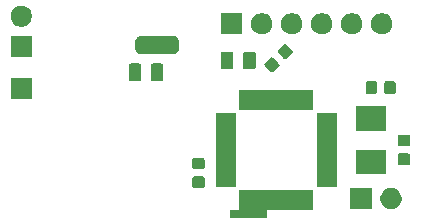
<source format=gbr>
G04 #@! TF.GenerationSoftware,KiCad,Pcbnew,(5.1.5)-3*
G04 #@! TF.CreationDate,2020-07-02T11:34:45+10:00*
G04 #@! TF.ProjectId,Heterodyne,48657465-726f-4647-996e-652e6b696361,rev?*
G04 #@! TF.SameCoordinates,Original*
G04 #@! TF.FileFunction,Soldermask,Bot*
G04 #@! TF.FilePolarity,Negative*
%FSLAX46Y46*%
G04 Gerber Fmt 4.6, Leading zero omitted, Abs format (unit mm)*
G04 Created by KiCad (PCBNEW (5.1.5)-3) date 2020-07-02 11:34:45*
%MOMM*%
%LPD*%
G04 APERTURE LIST*
%ADD10C,0.100000*%
G04 APERTURE END LIST*
D10*
G36*
X126200000Y-65900000D02*
G01*
X123200000Y-65900000D01*
X123200000Y-65300000D01*
X126200000Y-65300000D01*
X126200000Y-65900000D01*
G37*
X126200000Y-65900000D02*
X123200000Y-65900000D01*
X123200000Y-65300000D01*
X126200000Y-65300000D01*
X126200000Y-65900000D01*
G36*
X130226000Y-65301000D02*
G01*
X126375999Y-65301000D01*
X126351613Y-65303402D01*
X126328164Y-65310515D01*
X126306553Y-65322066D01*
X126287611Y-65337611D01*
X126272066Y-65356553D01*
X126260515Y-65378164D01*
X126253402Y-65401613D01*
X126251000Y-65425999D01*
X126251000Y-65951000D01*
X123149000Y-65951000D01*
X123149000Y-65249000D01*
X123849001Y-65249000D01*
X123873387Y-65246598D01*
X123896836Y-65239485D01*
X123918447Y-65227934D01*
X123937389Y-65212389D01*
X123952934Y-65193447D01*
X123964485Y-65171836D01*
X123971598Y-65148387D01*
X123974000Y-65124001D01*
X123974000Y-63599000D01*
X130226000Y-63599000D01*
X130226000Y-65301000D01*
G37*
G36*
X136913512Y-63403927D02*
G01*
X137062812Y-63433624D01*
X137226784Y-63501544D01*
X137374354Y-63600147D01*
X137499853Y-63725646D01*
X137598456Y-63873216D01*
X137666376Y-64037188D01*
X137701000Y-64211259D01*
X137701000Y-64388741D01*
X137666376Y-64562812D01*
X137598456Y-64726784D01*
X137499853Y-64874354D01*
X137374354Y-64999853D01*
X137226784Y-65098456D01*
X137062812Y-65166376D01*
X136926713Y-65193447D01*
X136888742Y-65201000D01*
X136711258Y-65201000D01*
X136673287Y-65193447D01*
X136537188Y-65166376D01*
X136373216Y-65098456D01*
X136225646Y-64999853D01*
X136100147Y-64874354D01*
X136001544Y-64726784D01*
X135933624Y-64562812D01*
X135899000Y-64388741D01*
X135899000Y-64211259D01*
X135933624Y-64037188D01*
X136001544Y-63873216D01*
X136100147Y-63725646D01*
X136225646Y-63600147D01*
X136373216Y-63501544D01*
X136537188Y-63433624D01*
X136686488Y-63403927D01*
X136711258Y-63399000D01*
X136888742Y-63399000D01*
X136913512Y-63403927D01*
G37*
G36*
X135161000Y-65201000D02*
G01*
X133359000Y-65201000D01*
X133359000Y-63399000D01*
X135161000Y-63399000D01*
X135161000Y-65201000D01*
G37*
G36*
X120879591Y-62428085D02*
G01*
X120913569Y-62438393D01*
X120944890Y-62455134D01*
X120972339Y-62477661D01*
X120994866Y-62505110D01*
X121011607Y-62536431D01*
X121021915Y-62570409D01*
X121026000Y-62611890D01*
X121026000Y-63213110D01*
X121021915Y-63254591D01*
X121011607Y-63288569D01*
X120994866Y-63319890D01*
X120972339Y-63347339D01*
X120944890Y-63369866D01*
X120913569Y-63386607D01*
X120879591Y-63396915D01*
X120838110Y-63401000D01*
X120161890Y-63401000D01*
X120120409Y-63396915D01*
X120086431Y-63386607D01*
X120055110Y-63369866D01*
X120027661Y-63347339D01*
X120005134Y-63319890D01*
X119988393Y-63288569D01*
X119978085Y-63254591D01*
X119974000Y-63213110D01*
X119974000Y-62611890D01*
X119978085Y-62570409D01*
X119988393Y-62536431D01*
X120005134Y-62505110D01*
X120027661Y-62477661D01*
X120055110Y-62455134D01*
X120086431Y-62438393D01*
X120120409Y-62428085D01*
X120161890Y-62424000D01*
X120838110Y-62424000D01*
X120879591Y-62428085D01*
G37*
G36*
X123701000Y-63326000D02*
G01*
X121999000Y-63326000D01*
X121999000Y-57074000D01*
X123701000Y-57074000D01*
X123701000Y-63326000D01*
G37*
G36*
X132201000Y-63326000D02*
G01*
X130499000Y-63326000D01*
X130499000Y-57074000D01*
X132201000Y-57074000D01*
X132201000Y-63326000D01*
G37*
G36*
X136351000Y-62251000D02*
G01*
X133849000Y-62251000D01*
X133849000Y-60149000D01*
X136351000Y-60149000D01*
X136351000Y-62251000D01*
G37*
G36*
X120879591Y-60853085D02*
G01*
X120913569Y-60863393D01*
X120944890Y-60880134D01*
X120972339Y-60902661D01*
X120994866Y-60930110D01*
X121011607Y-60961431D01*
X121021915Y-60995409D01*
X121026000Y-61036890D01*
X121026000Y-61638110D01*
X121021915Y-61679591D01*
X121011607Y-61713569D01*
X120994866Y-61744890D01*
X120972339Y-61772339D01*
X120944890Y-61794866D01*
X120913569Y-61811607D01*
X120879591Y-61821915D01*
X120838110Y-61826000D01*
X120161890Y-61826000D01*
X120120409Y-61821915D01*
X120086431Y-61811607D01*
X120055110Y-61794866D01*
X120027661Y-61772339D01*
X120005134Y-61744890D01*
X119988393Y-61713569D01*
X119978085Y-61679591D01*
X119974000Y-61638110D01*
X119974000Y-61036890D01*
X119978085Y-60995409D01*
X119988393Y-60961431D01*
X120005134Y-60930110D01*
X120027661Y-60902661D01*
X120055110Y-60880134D01*
X120086431Y-60863393D01*
X120120409Y-60853085D01*
X120161890Y-60849000D01*
X120838110Y-60849000D01*
X120879591Y-60853085D01*
G37*
G36*
X138279591Y-60478085D02*
G01*
X138313569Y-60488393D01*
X138344890Y-60505134D01*
X138372339Y-60527661D01*
X138394866Y-60555110D01*
X138411607Y-60586431D01*
X138421915Y-60620409D01*
X138426000Y-60661890D01*
X138426000Y-61263110D01*
X138421915Y-61304591D01*
X138411607Y-61338569D01*
X138394866Y-61369890D01*
X138372339Y-61397339D01*
X138344890Y-61419866D01*
X138313569Y-61436607D01*
X138279591Y-61446915D01*
X138238110Y-61451000D01*
X137561890Y-61451000D01*
X137520409Y-61446915D01*
X137486431Y-61436607D01*
X137455110Y-61419866D01*
X137427661Y-61397339D01*
X137405134Y-61369890D01*
X137388393Y-61338569D01*
X137378085Y-61304591D01*
X137374000Y-61263110D01*
X137374000Y-60661890D01*
X137378085Y-60620409D01*
X137388393Y-60586431D01*
X137405134Y-60555110D01*
X137427661Y-60527661D01*
X137455110Y-60505134D01*
X137486431Y-60488393D01*
X137520409Y-60478085D01*
X137561890Y-60474000D01*
X138238110Y-60474000D01*
X138279591Y-60478085D01*
G37*
G36*
X138279591Y-58903085D02*
G01*
X138313569Y-58913393D01*
X138344890Y-58930134D01*
X138372339Y-58952661D01*
X138394866Y-58980110D01*
X138411607Y-59011431D01*
X138421915Y-59045409D01*
X138426000Y-59086890D01*
X138426000Y-59688110D01*
X138421915Y-59729591D01*
X138411607Y-59763569D01*
X138394866Y-59794890D01*
X138372339Y-59822339D01*
X138344890Y-59844866D01*
X138313569Y-59861607D01*
X138279591Y-59871915D01*
X138238110Y-59876000D01*
X137561890Y-59876000D01*
X137520409Y-59871915D01*
X137486431Y-59861607D01*
X137455110Y-59844866D01*
X137427661Y-59822339D01*
X137405134Y-59794890D01*
X137388393Y-59763569D01*
X137378085Y-59729591D01*
X137374000Y-59688110D01*
X137374000Y-59086890D01*
X137378085Y-59045409D01*
X137388393Y-59011431D01*
X137405134Y-58980110D01*
X137427661Y-58952661D01*
X137455110Y-58930134D01*
X137486431Y-58913393D01*
X137520409Y-58903085D01*
X137561890Y-58899000D01*
X138238110Y-58899000D01*
X138279591Y-58903085D01*
G37*
G36*
X136351000Y-58551000D02*
G01*
X133849000Y-58551000D01*
X133849000Y-56449000D01*
X136351000Y-56449000D01*
X136351000Y-58551000D01*
G37*
G36*
X130226000Y-56801000D02*
G01*
X123974000Y-56801000D01*
X123974000Y-55099000D01*
X130226000Y-55099000D01*
X130226000Y-56801000D01*
G37*
G36*
X106401000Y-55901000D02*
G01*
X104599000Y-55901000D01*
X104599000Y-54099000D01*
X106401000Y-54099000D01*
X106401000Y-55901000D01*
G37*
G36*
X137054591Y-54378085D02*
G01*
X137088569Y-54388393D01*
X137119890Y-54405134D01*
X137147339Y-54427661D01*
X137169866Y-54455110D01*
X137186607Y-54486431D01*
X137196915Y-54520409D01*
X137201000Y-54561890D01*
X137201000Y-55238110D01*
X137196915Y-55279591D01*
X137186607Y-55313569D01*
X137169866Y-55344890D01*
X137147339Y-55372339D01*
X137119890Y-55394866D01*
X137088569Y-55411607D01*
X137054591Y-55421915D01*
X137013110Y-55426000D01*
X136411890Y-55426000D01*
X136370409Y-55421915D01*
X136336431Y-55411607D01*
X136305110Y-55394866D01*
X136277661Y-55372339D01*
X136255134Y-55344890D01*
X136238393Y-55313569D01*
X136228085Y-55279591D01*
X136224000Y-55238110D01*
X136224000Y-54561890D01*
X136228085Y-54520409D01*
X136238393Y-54486431D01*
X136255134Y-54455110D01*
X136277661Y-54427661D01*
X136305110Y-54405134D01*
X136336431Y-54388393D01*
X136370409Y-54378085D01*
X136411890Y-54374000D01*
X137013110Y-54374000D01*
X137054591Y-54378085D01*
G37*
G36*
X135479591Y-54378085D02*
G01*
X135513569Y-54388393D01*
X135544890Y-54405134D01*
X135572339Y-54427661D01*
X135594866Y-54455110D01*
X135611607Y-54486431D01*
X135621915Y-54520409D01*
X135626000Y-54561890D01*
X135626000Y-55238110D01*
X135621915Y-55279591D01*
X135611607Y-55313569D01*
X135594866Y-55344890D01*
X135572339Y-55372339D01*
X135544890Y-55394866D01*
X135513569Y-55411607D01*
X135479591Y-55421915D01*
X135438110Y-55426000D01*
X134836890Y-55426000D01*
X134795409Y-55421915D01*
X134761431Y-55411607D01*
X134730110Y-55394866D01*
X134702661Y-55372339D01*
X134680134Y-55344890D01*
X134663393Y-55313569D01*
X134653085Y-55279591D01*
X134649000Y-55238110D01*
X134649000Y-54561890D01*
X134653085Y-54520409D01*
X134663393Y-54486431D01*
X134680134Y-54455110D01*
X134702661Y-54427661D01*
X134730110Y-54405134D01*
X134761431Y-54388393D01*
X134795409Y-54378085D01*
X134836890Y-54374000D01*
X135438110Y-54374000D01*
X135479591Y-54378085D01*
G37*
G36*
X115496968Y-52853565D02*
G01*
X115535638Y-52865296D01*
X115571277Y-52884346D01*
X115602517Y-52909983D01*
X115628154Y-52941223D01*
X115647204Y-52976862D01*
X115658935Y-53015532D01*
X115663500Y-53061888D01*
X115663500Y-54138112D01*
X115658935Y-54184468D01*
X115647204Y-54223138D01*
X115628154Y-54258777D01*
X115602517Y-54290017D01*
X115571277Y-54315654D01*
X115535638Y-54334704D01*
X115496968Y-54346435D01*
X115450612Y-54351000D01*
X114799388Y-54351000D01*
X114753032Y-54346435D01*
X114714362Y-54334704D01*
X114678723Y-54315654D01*
X114647483Y-54290017D01*
X114621846Y-54258777D01*
X114602796Y-54223138D01*
X114591065Y-54184468D01*
X114586500Y-54138112D01*
X114586500Y-53061888D01*
X114591065Y-53015532D01*
X114602796Y-52976862D01*
X114621846Y-52941223D01*
X114647483Y-52909983D01*
X114678723Y-52884346D01*
X114714362Y-52865296D01*
X114753032Y-52853565D01*
X114799388Y-52849000D01*
X115450612Y-52849000D01*
X115496968Y-52853565D01*
G37*
G36*
X117371968Y-52853565D02*
G01*
X117410638Y-52865296D01*
X117446277Y-52884346D01*
X117477517Y-52909983D01*
X117503154Y-52941223D01*
X117522204Y-52976862D01*
X117533935Y-53015532D01*
X117538500Y-53061888D01*
X117538500Y-54138112D01*
X117533935Y-54184468D01*
X117522204Y-54223138D01*
X117503154Y-54258777D01*
X117477517Y-54290017D01*
X117446277Y-54315654D01*
X117410638Y-54334704D01*
X117371968Y-54346435D01*
X117325612Y-54351000D01*
X116674388Y-54351000D01*
X116628032Y-54346435D01*
X116589362Y-54334704D01*
X116553723Y-54315654D01*
X116522483Y-54290017D01*
X116496846Y-54258777D01*
X116477796Y-54223138D01*
X116466065Y-54184468D01*
X116461500Y-54138112D01*
X116461500Y-53061888D01*
X116466065Y-53015532D01*
X116477796Y-52976862D01*
X116496846Y-52941223D01*
X116522483Y-52909983D01*
X116553723Y-52884346D01*
X116589362Y-52865296D01*
X116628032Y-52853565D01*
X116674388Y-52849000D01*
X117325612Y-52849000D01*
X117371968Y-52853565D01*
G37*
G36*
X126733259Y-52337573D02*
G01*
X126767237Y-52347881D01*
X126798558Y-52364622D01*
X126830772Y-52391060D01*
X126870623Y-52430911D01*
X126870629Y-52430916D01*
X127269084Y-52829371D01*
X127269089Y-52829377D01*
X127308940Y-52869228D01*
X127335378Y-52901442D01*
X127352119Y-52932763D01*
X127362427Y-52966741D01*
X127365907Y-53002082D01*
X127362427Y-53037423D01*
X127352119Y-53071401D01*
X127335378Y-53102722D01*
X127308940Y-53134936D01*
X127269089Y-53174787D01*
X127269084Y-53174793D01*
X126923663Y-53520214D01*
X126923657Y-53520219D01*
X126883806Y-53560070D01*
X126851592Y-53586508D01*
X126820271Y-53603249D01*
X126786293Y-53613557D01*
X126750952Y-53617037D01*
X126715611Y-53613557D01*
X126681633Y-53603249D01*
X126650312Y-53586508D01*
X126618098Y-53560070D01*
X126578247Y-53520219D01*
X126578241Y-53520214D01*
X126179786Y-53121759D01*
X126179781Y-53121753D01*
X126139930Y-53081902D01*
X126113492Y-53049688D01*
X126096751Y-53018367D01*
X126086443Y-52984389D01*
X126082963Y-52949048D01*
X126086443Y-52913707D01*
X126096751Y-52879729D01*
X126113492Y-52848408D01*
X126139930Y-52816194D01*
X126179781Y-52776343D01*
X126179786Y-52776337D01*
X126525207Y-52430916D01*
X126525213Y-52430911D01*
X126565064Y-52391060D01*
X126597278Y-52364622D01*
X126628599Y-52347881D01*
X126662577Y-52337573D01*
X126697918Y-52334093D01*
X126733259Y-52337573D01*
G37*
G36*
X123296968Y-51853565D02*
G01*
X123335638Y-51865296D01*
X123371277Y-51884346D01*
X123402517Y-51909983D01*
X123428154Y-51941223D01*
X123447204Y-51976862D01*
X123458935Y-52015532D01*
X123463500Y-52061888D01*
X123463500Y-53138112D01*
X123458935Y-53184468D01*
X123447204Y-53223138D01*
X123428154Y-53258777D01*
X123402517Y-53290017D01*
X123371277Y-53315654D01*
X123335638Y-53334704D01*
X123296968Y-53346435D01*
X123250612Y-53351000D01*
X122599388Y-53351000D01*
X122553032Y-53346435D01*
X122514362Y-53334704D01*
X122478723Y-53315654D01*
X122447483Y-53290017D01*
X122421846Y-53258777D01*
X122402796Y-53223138D01*
X122391065Y-53184468D01*
X122386500Y-53138112D01*
X122386500Y-52061888D01*
X122391065Y-52015532D01*
X122402796Y-51976862D01*
X122421846Y-51941223D01*
X122447483Y-51909983D01*
X122478723Y-51884346D01*
X122514362Y-51865296D01*
X122553032Y-51853565D01*
X122599388Y-51849000D01*
X123250612Y-51849000D01*
X123296968Y-51853565D01*
G37*
G36*
X125171968Y-51853565D02*
G01*
X125210638Y-51865296D01*
X125246277Y-51884346D01*
X125277517Y-51909983D01*
X125303154Y-51941223D01*
X125322204Y-51976862D01*
X125333935Y-52015532D01*
X125338500Y-52061888D01*
X125338500Y-53138112D01*
X125333935Y-53184468D01*
X125322204Y-53223138D01*
X125303154Y-53258777D01*
X125277517Y-53290017D01*
X125246277Y-53315654D01*
X125210638Y-53334704D01*
X125171968Y-53346435D01*
X125125612Y-53351000D01*
X124474388Y-53351000D01*
X124428032Y-53346435D01*
X124389362Y-53334704D01*
X124353723Y-53315654D01*
X124322483Y-53290017D01*
X124296846Y-53258777D01*
X124277796Y-53223138D01*
X124266065Y-53184468D01*
X124261500Y-53138112D01*
X124261500Y-52061888D01*
X124266065Y-52015532D01*
X124277796Y-51976862D01*
X124296846Y-51941223D01*
X124322483Y-51909983D01*
X124353723Y-51884346D01*
X124389362Y-51865296D01*
X124428032Y-51853565D01*
X124474388Y-51849000D01*
X125125612Y-51849000D01*
X125171968Y-51853565D01*
G37*
G36*
X127846953Y-51223879D02*
G01*
X127880931Y-51234187D01*
X127912252Y-51250928D01*
X127944466Y-51277366D01*
X127984317Y-51317217D01*
X127984323Y-51317222D01*
X128382778Y-51715677D01*
X128382783Y-51715683D01*
X128422634Y-51755534D01*
X128449072Y-51787748D01*
X128465813Y-51819069D01*
X128476121Y-51853047D01*
X128479601Y-51888388D01*
X128476121Y-51923729D01*
X128465813Y-51957707D01*
X128449072Y-51989028D01*
X128422634Y-52021242D01*
X128382783Y-52061093D01*
X128382778Y-52061099D01*
X128037357Y-52406520D01*
X128037351Y-52406525D01*
X127997500Y-52446376D01*
X127965286Y-52472814D01*
X127933965Y-52489555D01*
X127899987Y-52499863D01*
X127864646Y-52503343D01*
X127829305Y-52499863D01*
X127795327Y-52489555D01*
X127764006Y-52472814D01*
X127731792Y-52446376D01*
X127691941Y-52406525D01*
X127691935Y-52406520D01*
X127293480Y-52008065D01*
X127293475Y-52008059D01*
X127253624Y-51968208D01*
X127227186Y-51935994D01*
X127210445Y-51904673D01*
X127200137Y-51870695D01*
X127196657Y-51835354D01*
X127200137Y-51800013D01*
X127210445Y-51766035D01*
X127227186Y-51734714D01*
X127253624Y-51702500D01*
X127293475Y-51662649D01*
X127293480Y-51662643D01*
X127638901Y-51317222D01*
X127638907Y-51317217D01*
X127678758Y-51277366D01*
X127710972Y-51250928D01*
X127742293Y-51234187D01*
X127776271Y-51223879D01*
X127811612Y-51220399D01*
X127846953Y-51223879D01*
G37*
G36*
X106401000Y-52301000D02*
G01*
X104599000Y-52301000D01*
X104599000Y-50499000D01*
X106401000Y-50499000D01*
X106401000Y-52301000D01*
G37*
G36*
X116259999Y-50499737D02*
G01*
X116274528Y-50504145D01*
X116287711Y-50509606D01*
X116311745Y-50514388D01*
X116336249Y-50514389D01*
X116360282Y-50509609D01*
X116382921Y-50500232D01*
X116384765Y-50499000D01*
X117616050Y-50499000D01*
X117628164Y-50505475D01*
X117651613Y-50512588D01*
X117675999Y-50514990D01*
X117700385Y-50512588D01*
X117723834Y-50505475D01*
X117728746Y-50503152D01*
X117740001Y-50499737D01*
X117756140Y-50498148D01*
X118293861Y-50498148D01*
X118312199Y-50499954D01*
X118324450Y-50500556D01*
X118342869Y-50500556D01*
X118365149Y-50502750D01*
X118449233Y-50519476D01*
X118470660Y-50525976D01*
X118549858Y-50558780D01*
X118555303Y-50561691D01*
X118555309Y-50561693D01*
X118564169Y-50566429D01*
X118564173Y-50566432D01*
X118569614Y-50569340D01*
X118640899Y-50616971D01*
X118658204Y-50631172D01*
X118718828Y-50691796D01*
X118733029Y-50709101D01*
X118780660Y-50780386D01*
X118783568Y-50785827D01*
X118783571Y-50785831D01*
X118788307Y-50794691D01*
X118788309Y-50794697D01*
X118791220Y-50800142D01*
X118824024Y-50879340D01*
X118830524Y-50900767D01*
X118847250Y-50984851D01*
X118849444Y-51007131D01*
X118849444Y-51025550D01*
X118850046Y-51037801D01*
X118851852Y-51056139D01*
X118851852Y-51543862D01*
X118850046Y-51562199D01*
X118849444Y-51574450D01*
X118849444Y-51592869D01*
X118847250Y-51615149D01*
X118830524Y-51699233D01*
X118824024Y-51720660D01*
X118791220Y-51799858D01*
X118788309Y-51805303D01*
X118788307Y-51805309D01*
X118783571Y-51814169D01*
X118783568Y-51814173D01*
X118780660Y-51819614D01*
X118733029Y-51890899D01*
X118718828Y-51908204D01*
X118658204Y-51968828D01*
X118640899Y-51983029D01*
X118569614Y-52030660D01*
X118564173Y-52033568D01*
X118564169Y-52033571D01*
X118555309Y-52038307D01*
X118555303Y-52038309D01*
X118549858Y-52041220D01*
X118470660Y-52074024D01*
X118449233Y-52080524D01*
X118365149Y-52097250D01*
X118342869Y-52099444D01*
X118324450Y-52099444D01*
X118312199Y-52100046D01*
X118293862Y-52101852D01*
X117756140Y-52101852D01*
X117740001Y-52100263D01*
X117725472Y-52095855D01*
X117712289Y-52090394D01*
X117688255Y-52085612D01*
X117663751Y-52085611D01*
X117639718Y-52090391D01*
X117617079Y-52099768D01*
X117615235Y-52101000D01*
X116383950Y-52101000D01*
X116371836Y-52094525D01*
X116348387Y-52087412D01*
X116324001Y-52085010D01*
X116299615Y-52087412D01*
X116276166Y-52094525D01*
X116271254Y-52096848D01*
X116259999Y-52100263D01*
X116243860Y-52101852D01*
X115706138Y-52101852D01*
X115687801Y-52100046D01*
X115675550Y-52099444D01*
X115657131Y-52099444D01*
X115634851Y-52097250D01*
X115550767Y-52080524D01*
X115529340Y-52074024D01*
X115450142Y-52041220D01*
X115444697Y-52038309D01*
X115444691Y-52038307D01*
X115435831Y-52033571D01*
X115435827Y-52033568D01*
X115430386Y-52030660D01*
X115359101Y-51983029D01*
X115341796Y-51968828D01*
X115281172Y-51908204D01*
X115266971Y-51890899D01*
X115219340Y-51819614D01*
X115216432Y-51814173D01*
X115216429Y-51814169D01*
X115211693Y-51805309D01*
X115211691Y-51805303D01*
X115208780Y-51799858D01*
X115175976Y-51720660D01*
X115169476Y-51699233D01*
X115152750Y-51615149D01*
X115150556Y-51592869D01*
X115150556Y-51574450D01*
X115149954Y-51562199D01*
X115148148Y-51543862D01*
X115148148Y-51056139D01*
X115149954Y-51037801D01*
X115150556Y-51025550D01*
X115150556Y-51007131D01*
X115152750Y-50984851D01*
X115169476Y-50900767D01*
X115175976Y-50879340D01*
X115208780Y-50800142D01*
X115211691Y-50794697D01*
X115211693Y-50794691D01*
X115216429Y-50785831D01*
X115216432Y-50785827D01*
X115219340Y-50780386D01*
X115266971Y-50709101D01*
X115281172Y-50691796D01*
X115341796Y-50631172D01*
X115359101Y-50616971D01*
X115430386Y-50569340D01*
X115435827Y-50566432D01*
X115435831Y-50566429D01*
X115444691Y-50561693D01*
X115444697Y-50561691D01*
X115450142Y-50558780D01*
X115529340Y-50525976D01*
X115550767Y-50519476D01*
X115634851Y-50502750D01*
X115657131Y-50500556D01*
X115675550Y-50500556D01*
X115687801Y-50499954D01*
X115706139Y-50498148D01*
X116243860Y-50498148D01*
X116259999Y-50499737D01*
G37*
G36*
X128513512Y-48603927D02*
G01*
X128662812Y-48633624D01*
X128826784Y-48701544D01*
X128974354Y-48800147D01*
X129099853Y-48925646D01*
X129198456Y-49073216D01*
X129266376Y-49237188D01*
X129301000Y-49411259D01*
X129301000Y-49588741D01*
X129266376Y-49762812D01*
X129198456Y-49926784D01*
X129099853Y-50074354D01*
X128974354Y-50199853D01*
X128826784Y-50298456D01*
X128662812Y-50366376D01*
X128513512Y-50396073D01*
X128488742Y-50401000D01*
X128311258Y-50401000D01*
X128286488Y-50396073D01*
X128137188Y-50366376D01*
X127973216Y-50298456D01*
X127825646Y-50199853D01*
X127700147Y-50074354D01*
X127601544Y-49926784D01*
X127533624Y-49762812D01*
X127499000Y-49588741D01*
X127499000Y-49411259D01*
X127533624Y-49237188D01*
X127601544Y-49073216D01*
X127700147Y-48925646D01*
X127825646Y-48800147D01*
X127973216Y-48701544D01*
X128137188Y-48633624D01*
X128286488Y-48603927D01*
X128311258Y-48599000D01*
X128488742Y-48599000D01*
X128513512Y-48603927D01*
G37*
G36*
X124221000Y-50401000D02*
G01*
X122419000Y-50401000D01*
X122419000Y-48599000D01*
X124221000Y-48599000D01*
X124221000Y-50401000D01*
G37*
G36*
X125973512Y-48603927D02*
G01*
X126122812Y-48633624D01*
X126286784Y-48701544D01*
X126434354Y-48800147D01*
X126559853Y-48925646D01*
X126658456Y-49073216D01*
X126726376Y-49237188D01*
X126761000Y-49411259D01*
X126761000Y-49588741D01*
X126726376Y-49762812D01*
X126658456Y-49926784D01*
X126559853Y-50074354D01*
X126434354Y-50199853D01*
X126286784Y-50298456D01*
X126122812Y-50366376D01*
X125973512Y-50396073D01*
X125948742Y-50401000D01*
X125771258Y-50401000D01*
X125746488Y-50396073D01*
X125597188Y-50366376D01*
X125433216Y-50298456D01*
X125285646Y-50199853D01*
X125160147Y-50074354D01*
X125061544Y-49926784D01*
X124993624Y-49762812D01*
X124959000Y-49588741D01*
X124959000Y-49411259D01*
X124993624Y-49237188D01*
X125061544Y-49073216D01*
X125160147Y-48925646D01*
X125285646Y-48800147D01*
X125433216Y-48701544D01*
X125597188Y-48633624D01*
X125746488Y-48603927D01*
X125771258Y-48599000D01*
X125948742Y-48599000D01*
X125973512Y-48603927D01*
G37*
G36*
X136133512Y-48603927D02*
G01*
X136282812Y-48633624D01*
X136446784Y-48701544D01*
X136594354Y-48800147D01*
X136719853Y-48925646D01*
X136818456Y-49073216D01*
X136886376Y-49237188D01*
X136921000Y-49411259D01*
X136921000Y-49588741D01*
X136886376Y-49762812D01*
X136818456Y-49926784D01*
X136719853Y-50074354D01*
X136594354Y-50199853D01*
X136446784Y-50298456D01*
X136282812Y-50366376D01*
X136133512Y-50396073D01*
X136108742Y-50401000D01*
X135931258Y-50401000D01*
X135906488Y-50396073D01*
X135757188Y-50366376D01*
X135593216Y-50298456D01*
X135445646Y-50199853D01*
X135320147Y-50074354D01*
X135221544Y-49926784D01*
X135153624Y-49762812D01*
X135119000Y-49588741D01*
X135119000Y-49411259D01*
X135153624Y-49237188D01*
X135221544Y-49073216D01*
X135320147Y-48925646D01*
X135445646Y-48800147D01*
X135593216Y-48701544D01*
X135757188Y-48633624D01*
X135906488Y-48603927D01*
X135931258Y-48599000D01*
X136108742Y-48599000D01*
X136133512Y-48603927D01*
G37*
G36*
X131053512Y-48603927D02*
G01*
X131202812Y-48633624D01*
X131366784Y-48701544D01*
X131514354Y-48800147D01*
X131639853Y-48925646D01*
X131738456Y-49073216D01*
X131806376Y-49237188D01*
X131841000Y-49411259D01*
X131841000Y-49588741D01*
X131806376Y-49762812D01*
X131738456Y-49926784D01*
X131639853Y-50074354D01*
X131514354Y-50199853D01*
X131366784Y-50298456D01*
X131202812Y-50366376D01*
X131053512Y-50396073D01*
X131028742Y-50401000D01*
X130851258Y-50401000D01*
X130826488Y-50396073D01*
X130677188Y-50366376D01*
X130513216Y-50298456D01*
X130365646Y-50199853D01*
X130240147Y-50074354D01*
X130141544Y-49926784D01*
X130073624Y-49762812D01*
X130039000Y-49588741D01*
X130039000Y-49411259D01*
X130073624Y-49237188D01*
X130141544Y-49073216D01*
X130240147Y-48925646D01*
X130365646Y-48800147D01*
X130513216Y-48701544D01*
X130677188Y-48633624D01*
X130826488Y-48603927D01*
X130851258Y-48599000D01*
X131028742Y-48599000D01*
X131053512Y-48603927D01*
G37*
G36*
X133593512Y-48603927D02*
G01*
X133742812Y-48633624D01*
X133906784Y-48701544D01*
X134054354Y-48800147D01*
X134179853Y-48925646D01*
X134278456Y-49073216D01*
X134346376Y-49237188D01*
X134381000Y-49411259D01*
X134381000Y-49588741D01*
X134346376Y-49762812D01*
X134278456Y-49926784D01*
X134179853Y-50074354D01*
X134054354Y-50199853D01*
X133906784Y-50298456D01*
X133742812Y-50366376D01*
X133593512Y-50396073D01*
X133568742Y-50401000D01*
X133391258Y-50401000D01*
X133366488Y-50396073D01*
X133217188Y-50366376D01*
X133053216Y-50298456D01*
X132905646Y-50199853D01*
X132780147Y-50074354D01*
X132681544Y-49926784D01*
X132613624Y-49762812D01*
X132579000Y-49588741D01*
X132579000Y-49411259D01*
X132613624Y-49237188D01*
X132681544Y-49073216D01*
X132780147Y-48925646D01*
X132905646Y-48800147D01*
X133053216Y-48701544D01*
X133217188Y-48633624D01*
X133366488Y-48603927D01*
X133391258Y-48599000D01*
X133568742Y-48599000D01*
X133593512Y-48603927D01*
G37*
G36*
X105613512Y-47963927D02*
G01*
X105762812Y-47993624D01*
X105926784Y-48061544D01*
X106074354Y-48160147D01*
X106199853Y-48285646D01*
X106298456Y-48433216D01*
X106366376Y-48597188D01*
X106401000Y-48771259D01*
X106401000Y-48948741D01*
X106366376Y-49122812D01*
X106298456Y-49286784D01*
X106199853Y-49434354D01*
X106074354Y-49559853D01*
X105926784Y-49658456D01*
X105762812Y-49726376D01*
X105613512Y-49756073D01*
X105588742Y-49761000D01*
X105411258Y-49761000D01*
X105386488Y-49756073D01*
X105237188Y-49726376D01*
X105073216Y-49658456D01*
X104925646Y-49559853D01*
X104800147Y-49434354D01*
X104701544Y-49286784D01*
X104633624Y-49122812D01*
X104599000Y-48948741D01*
X104599000Y-48771259D01*
X104633624Y-48597188D01*
X104701544Y-48433216D01*
X104800147Y-48285646D01*
X104925646Y-48160147D01*
X105073216Y-48061544D01*
X105237188Y-47993624D01*
X105386488Y-47963927D01*
X105411258Y-47959000D01*
X105588742Y-47959000D01*
X105613512Y-47963927D01*
G37*
M02*

</source>
